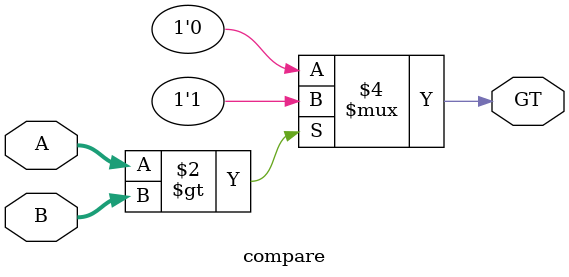
<source format=v>
module compare
#(parameter WIDTH = 4)(
input [WIDTH - 1:0] A, B,
output reg GT
);

always @ (A, B) begin
if (A > B) begin
    GT <= 1;
    end
else begin
    GT <= 0;
end
end
endmodule
</source>
